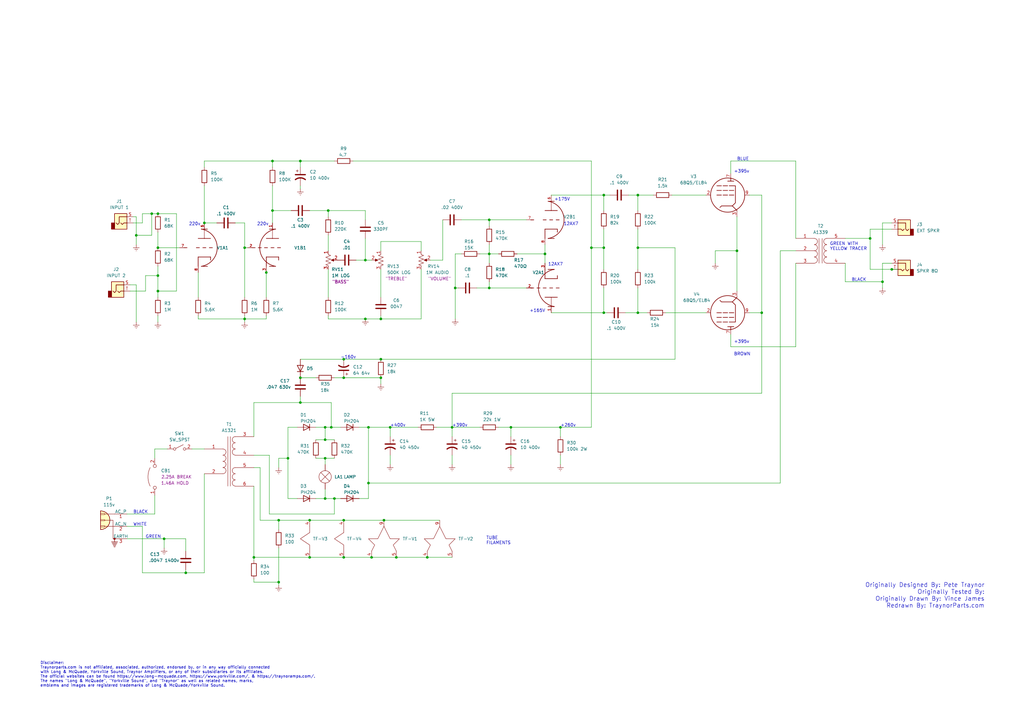
<source format=kicad_sch>
(kicad_sch (version 20211123) (generator eeschema)
  (paper "A3")
  (title_block (title "Traynor YBA-2A/B Bassmate (EL-84)") (date "2022-06-18") (rev "1") (company "Yorkville Sound LTD") (comment 2 "All capacitors in microfarads unless otherwise noted.") (comment 3 "All resistants ± 10% in ohms at 1/2 watt unless otherwise noted.") (comment 4 "All voltages measured to ± 20% with "))
  (lib_symbols
    (symbol "12AX7_A_1"
      (property "Reference" "V" (at -11.43 3.175 0))
      (symbol "12AX7_A_1_1_0"
        (polyline (pts (xy -5.842 0) (xy -4.572 0)) (stroke (width 0.254)))
        (polyline (pts (xy -0.762 0) (xy 0.508 0)) (stroke (width 0.254)))
        (polyline (pts (xy 0 -7.62) (xy 0 -3.81)) (stroke (width 0.254)))
        (polyline (pts (xy 0 -3.81) (xy 5.08 -3.81)) (stroke (width 0.254)))
        (polyline (pts (xy 0 3.81) (xy 2.54 3.81)) (stroke (width 0.254)))
        (polyline (pts (xy 1.27 -7.62) (xy 3.81 -7.62)) (stroke (width 0.254)))
        (polyline (pts (xy 1.905 0) (xy 3.175 0)) (stroke (width 0.254)))
        (polyline (pts (xy 2.54 3.81) (xy 5.08 3.81)) (stroke (width 0.254)))
        (polyline (pts (xy 2.54 7.62) (xy 2.54 3.81)) (stroke (width 0.1524)))
        (polyline (pts (xy 4.572 0) (xy 5.842 0)) (stroke (width 0.254)))
        (polyline (pts (xy 5.08 -5.08) (xy 5.08 -3.81)) (stroke (width 0.254)))
        (polyline (pts (xy 1.27 7.62) (xy 3.81 7.62) (xy 3.175 7.62)) (stroke (width 0.254)))
        (arc (start 1.3208 -7.62) (mid 10.2569 0) (end 1.3208 7.62) (stroke (width 0.254)))
        (pin passive line (at 2.54 10.16 270) (length 2.54) (name "~") (number "6"))
        (pin passive line (at -7.62 0 0) (length 2.54) (name "~") (number "7"))
        (pin passive line (at 0 -10.16 90) (length 2.54) (name "~") (number "8"))
      )
    )
    (symbol "12AX7_B_1"
      (property "Reference" "V" (at -5.08 6.35 0))
      (symbol "12AX7_B_1_0_0"
        (polyline (pts (xy 2.54 -7.62) (xy 0 -7.62)) (stroke (width 0.254)))
        (polyline (pts (xy 2.54 7.62) (xy 0 7.62)) (stroke (width 0.254)))
      )
      (symbol "12AX7_B_1_1_0"
        (polyline (pts (xy -7.112 0) (xy -5.842 0)) (stroke (width 0.254)))
        (polyline (pts (xy -4.572 0) (xy -3.302 0)) (stroke (width 0.254)))
        (polyline (pts (xy -2.032 0) (xy -0.762 0)) (stroke (width 0.254)))
        (polyline (pts (xy -1.27 -7.62) (xy -1.27 -3.81)) (stroke (width 0.254)))
        (polyline (pts (xy -1.27 -3.81) (xy 3.81 -3.81)) (stroke (width 0.254)))
        (polyline (pts (xy -1.27 3.81) (xy 1.27 3.81)) (stroke (width 0.254)))
        (polyline (pts (xy 0.635 0) (xy 1.905 0)) (stroke (width 0.254)))
        (polyline (pts (xy 1.27 3.81) (xy 3.81 3.81)) (stroke (width 0.254)))
        (polyline (pts (xy 1.27 7.62) (xy 1.27 3.81)) (stroke (width 0.1524)))
        (polyline (pts (xy 3.302 0) (xy 4.572 0)) (stroke (width 0.254)))
        (polyline (pts (xy 3.81 -5.08) (xy 3.81 -3.81)) (stroke (width 0.254)))
        (arc (start 2.54 7.62) (mid -6.3961 0) (end 2.54 -7.62) (stroke (width 0.254)))
        (pin passive line (at 1.27 10.16 270) (length 2.54) (name "~") (number "1"))
        (pin passive line (at -8.89 0 0) (length 2.54) (name "~") (number "2"))
        (pin passive line (at -1.27 -10.16 90) (length 2.54) (name "~") (number "3"))
      )
    )
    (symbol "Amplifier Library:12AX7_A"
      (property "Reference" "V" (at -11.43 3.175 0))
      (symbol "12AX7_A_1_0"
        (polyline (pts (xy -5.842 0) (xy -4.572 0)) (stroke (width 0.254)))
        (polyline (pts (xy -0.762 0) (xy 0.508 0)) (stroke (width 0.254)))
        (polyline (pts (xy 0 -7.62) (xy 0 -3.81)) (stroke (width 0.254)))
        (polyline (pts (xy 0 -3.81) (xy 5.08 -3.81)) (stroke (width 0.254)))
        (polyline (pts (xy 0 3.81) (xy 2.54 3.81)) (stroke (width 0.254)))
        (polyline (pts (xy 1.27 -7.62) (xy 3.81 -7.62)) (stroke (width 0.254)))
        (polyline (pts (xy 1.905 0) (xy 3.175 0)) (stroke (width 0.254)))
        (polyline (pts (xy 2.54 3.81) (xy 5.08 3.81)) (stroke (width 0.254)))
        (polyline (pts (xy 2.54 7.62) (xy 2.54 3.81)) (stroke (width 0.1524)))
        (polyline (pts (xy 4.572 0) (xy 5.842 0)) (stroke (width 0.254)))
        (polyline (pts (xy 5.08 -5.08) (xy 5.08 -3.81)) (stroke (width 0.254)))
        (polyline (pts (xy 1.27 7.62) (xy 3.81 7.62) (xy 3.175 7.62)) (stroke (width 0.254)))
        (arc (start 1.3208 -7.62) (mid 10.2569 0) (end 1.3208 7.62) (stroke (width 0.254)))
        (pin passive line (at 2.54 10.16 270) (length 2.54) (name "~") (number "6"))
        (pin passive line (at -7.62 0 0) (length 2.54) (name "~") (number "7"))
        (pin passive line (at 0 -10.16 90) (length 2.54) (name "~") (number "8"))
      )
    )
    (symbol "Amplifier Library:12AX7_B"
      (property "Reference" "V" (at -5.08 6.35 0))
      (symbol "12AX7_B_0_0"
        (polyline (pts (xy 2.54 -7.62) (xy 0 -7.62)) (stroke (width 0.254)))
        (polyline (pts (xy 2.54 7.62) (xy 0 7.62)) (stroke (width 0.254)))
      )
      (symbol "12AX7_B_1_0"
        (polyline (pts (xy -7.112 0) (xy -5.842 0)) (stroke (width 0.254)))
        (polyline (pts (xy -4.572 0) (xy -3.302 0)) (stroke (width 0.254)))
        (polyline (pts (xy -2.032 0) (xy -0.762 0)) (stroke (width 0.254)))
        (polyline (pts (xy -1.27 -7.62) (xy -1.27 -3.81)) (stroke (width 0.254)))
        (polyline (pts (xy -1.27 -3.81) (xy 3.81 -3.81)) (stroke (width 0.254)))
        (polyline (pts (xy -1.27 3.81) (xy 1.27 3.81)) (stroke (width 0.254)))
        (polyline (pts (xy 0.635 0) (xy 1.905 0)) (stroke (width 0.254)))
        (polyline (pts (xy 1.27 3.81) (xy 3.81 3.81)) (stroke (width 0.254)))
        (polyline (pts (xy 1.27 7.62) (xy 1.27 3.81)) (stroke (width 0.1524)))
        (polyline (pts (xy 3.302 0) (xy 4.572 0)) (stroke (width 0.254)))
        (polyline (pts (xy 3.81 -5.08) (xy 3.81 -3.81)) (stroke (width 0.254)))
        (arc (start 2.54 7.62) (mid -6.3961 0) (end 2.54 -7.62) (stroke (width 0.254)))
        (pin passive line (at 1.27 10.16 270) (length 2.54) (name "~") (number "1"))
        (pin passive line (at -8.89 0 0) (length 2.54) (name "~") (number "2"))
        (pin passive line (at -1.27 -10.16 90) (length 2.54) (name "~") (number "3"))
      )
    )
    (symbol "Amplifier Library:6BQ5_A"
      (property "Reference" "V" (at -14.605 6.35 0))
      (symbol "6BQ5_A_0_1"
        (polyline (pts (xy -2.54 0) (xy -4.445 0)) (stroke (width 0.254)))
        (polyline (pts (xy -2.54 1.905) (xy -4.445 1.905)) (stroke (width 0.254)))
        (polyline (pts (xy -2.54 3.81) (xy -4.445 3.81)) (stroke (width 0.254)))
        (polyline (pts (xy 0 0) (xy -1.905 0)) (stroke (width 0.254)))
        (polyline (pts (xy 0 1.905) (xy -1.905 1.905)) (stroke (width 0.254)))
        (polyline (pts (xy 0 3.81) (xy -1.905 3.81)) (stroke (width 0.254)))
        (polyline (pts (xy 1.905 -4.445) (xy 3.81 -6.35)) (stroke (width 0.254)))
        (polyline (pts (xy 2.54 0) (xy 0.635 0)) (stroke (width 0.254)))
        (polyline (pts (xy 2.54 1.905) (xy 0.635 1.905)) (stroke (width 0.254)))
        (polyline (pts (xy 1.27 6.985) (xy 1.27 5.715) (xy 0 5.715) (xy 2.54 5.715)) (stroke (width 0.254)))
        (polyline (pts (xy 0.635 3.81) (xy 3.175 3.81) (xy 3.175 -3.175) (xy 1.905 -4.445) (xy -2.54 -4.445) (xy -3.175 -5.08)) (stroke (width 0.254)))
        (circle (center 0 0) (radius 7.0138) (stroke (width 0.254)))
      )
      (symbol "6BQ5_A_1_1"
        (pin passive line (at -8.89 0 0) (length 2) (name "~") (number "2"))
        (pin passive line (at 3.81 -8.89 90) (length 2.54) (name "~") (number "3"))
        (pin passive line (at 1.27 8.89 270) (length 2) (name "~") (number "7"))
        (pin passive line (at 8.89 0 180) (length 2) (name "~") (number "9"))
      )
    )
    (symbol "Amplifier Library:Filament1"
      (property "Reference" "TF-V" (at 3.81 0 0))
      (symbol "Filament1_0_1"
        (polyline (pts (xy 0 2.54) (xy 0 5.08)))
        (polyline (pts (xy 0 2.54) (xy -3.81 0) (xy 0 -2.54) (xy 0 -5.08)))
      )
      (symbol "Filament1_1_1"
        (pin passive line (at 0 7.62 270) (length 2.54) (name "") (number "4"))
        (pin passive line (at 0 -7.62 90) (length 2.54) (name "") (number "5"))
      )
    )
    (symbol "Amplifier Library:Filament2"
      (property "Reference" "V" (at 5.08 3.81 0))
      (symbol "Filament2_0_1"
        (polyline (pts (xy -5.08 0) (xy -5.08 0)))
        (polyline (pts (xy 0 5.08) (xy -2.54 0) (xy -6.35 0) (xy -3.81 -2.54) (xy -5.08 -5.08)))
        (polyline (pts (xy 0 5.08) (xy 2.54 0) (xy 6.35 0) (xy 3.81 -2.54) (xy 5.08 -5.08)))
      )
      (symbol "Filament2_1_1"
        (pin passive line (at -5.08 -7.62 90) (length 2.54) (name "") (number "4"))
        (pin passive line (at 5.08 -7.62 90) (length 2.54) (name "") (number "5"))
        (pin passive line (at 0 7.62 270) (length 2.54) (name "") (number "9"))
      )
    )
    (symbol "Connector:AudioJack2"
      (property "Reference" "J" (at 0 8.89 0))
      (property "Value" "AudioJack2" (at 0 6.35 0))
      (symbol "AudioJack2_0_1"
        (rectangle (start -3.81 0) (end -2.54 -2.54) (stroke (width 0.254)) (fill (type outline)))
        (rectangle (start -2.54 3.81) (end 2.54 -2.54) (stroke (width 0.254)) (fill (type background)))
        (polyline (pts (xy 0 0) (xy 0.635 -0.635) (xy 1.27 0) (xy 2.54 0)) (stroke (width 0.254)))
        (polyline (pts (xy 2.54 2.54) (xy -0.635 2.54) (xy -0.635 0) (xy -1.27 -0.635) (xy -1.905 0)) (stroke (width 0.254)))
      )
      (symbol "AudioJack2_1_1"
        (pin passive line (at 5.08 2.54 180) (length 2.54) (name "~") (number "S"))
        (pin passive line (at 5.08 0 180) (length 2.54) (name "~") (number "T"))
      )
    )
    (symbol "Connector:Conn_WallSocket_Earth" (pin_names (offset 0))
      (property "Reference" "J" (at 3.81 6.985 0))
      (property "Value" "Conn_WallSocket_Earth" (at 7.62 2.54 90))
      (symbol "Conn_WallSocket_Earth_0_1"
        (circle (center 0 -5.08) (radius 0.3556) (fill (type outline)))
        (polyline (pts (xy -1.27 -6.35) (xy 1.27 -6.35)) (stroke (width 0.2032)))
        (polyline (pts (xy 0 -5.08) (xy 0 -6.35)) (stroke (width 0.2032)))
        (polyline (pts (xy 0.254 -8.382) (xy -0.254 -8.382)) (stroke (width 0.2032)))
        (polyline (pts (xy 0.508 -7.874) (xy -0.508 -7.874)) (stroke (width 0.2032)))
        (polyline (pts (xy 0.762 -7.366) (xy -0.762 -7.366)) (stroke (width 0.2032)))
        (polyline (pts (xy 1.016 -6.858) (xy -1.016 -6.858)) (stroke (width 0.2032)))
        (polyline (pts (xy 4.064 0) (xy 0 0)))
        (polyline (pts (xy 4.064 5.08) (xy 0 5.08)))
        (polyline (pts (xy 5.715 -1.27) (xy 5.715 6.35)) (stroke (width 0.254)))
        (polyline (pts (xy 0 -5.08) (xy 0.635 -5.08) (xy 0.635 2.54) (xy 4.064 2.54)))
        (rectangle (start 5.715 -0.254) (end 4.064 0.254))
        (rectangle (start 5.715 2.286) (end 4.064 2.794))
        (rectangle (start 5.715 4.826) (end 4.064 5.334))
        (arc (start 5.715 6.35) (mid 1.905 2.54) (end 5.715 -1.27) (stroke (width 0.254)) (fill (type background)))
      )
      (symbol "Conn_WallSocket_Earth_1_1"
        (pin power_in line (at -5.08 5.08 0) (length 5.08) (name "AC_P") (number "1"))
        (pin power_in line (at -5.08 0 0) (length 5.08) (name "AC_N") (number "2"))
        (pin passive line (at -5.08 -5.08 0) (length 5.08) (name "EARTH") (number "3"))
      )
    )
    (symbol "Device:C" (pin_numbers hide) (pin_names (offset 0.254))
      (property "Reference" "C" (at 0.635 2.54 0))
      (property "Value" "C" (at 0.635 -2.54 0))
      (symbol "C_0_1"
        (polyline (pts (xy -2.032 -0.762) (xy 2.032 -0.762)) (stroke (width 0.508)))
        (polyline (pts (xy -2.032 0.762) (xy 2.032 0.762)) (stroke (width 0.508)))
      )
      (symbol "C_1_1"
        (pin passive line (at 0 3.81 270) (length 2.794) (name "~") (number "1"))
        (pin passive line (at 0 -3.81 90) (length 2.794) (name "~") (number "2"))
      )
    )
    (symbol "Device:C_Polarized_US" (pin_numbers hide) (pin_names (offset 0.254) hide)
      (property "Reference" "C" (at 0.635 2.54 0))
      (property "Value" "C_Polarized_US" (at 0.635 -2.54 0))
      (symbol "C_Polarized_US_0_1"
        (polyline (pts (xy -2.032 0.762) (xy 2.032 0.762)) (stroke (width 0.508)))
        (polyline (pts (xy -1.778 2.286) (xy -0.762 2.286)))
        (polyline (pts (xy -1.27 1.778) (xy -1.27 2.794)))
        (arc (start 2.032 -1.27) (mid 0 -0.5572) (end -2.032 -1.27) (stroke (width 0.508)))
      )
      (symbol "C_Polarized_US_1_1"
        (pin passive line (at 0 3.81 270) (length 2.794) (name "~") (number "1"))
        (pin passive line (at 0 -3.81 90) (length 3.302) (name "~") (number "2"))
      )
    )
    (symbol "Device:CircuitBreaker_1P_US"
      (property "Reference" "CB" (at 3.175 -1.27 0))
      (property "Value" "CircuitBreaker_1P_US" (at 3.175 0.635 0))
      (symbol "CircuitBreaker_1P_US_0_1"
        (circle (center 0 -4.445) (radius 0.635))
        (circle (center 0 4.445) (radius 0.635))
        (arc (start 1.905 -3.81) (mid 2.8044 0) (end 1.905 3.81))
      )
      (symbol "CircuitBreaker_1P_US_1_1"
        (pin passive line (at 0 7.62 270) (length 2.54) (name "~") (number "1"))
        (pin passive line (at 0 -7.62 90) (length 2.54) (name "~") (number "2"))
      )
    )
    (symbol "Device:D" (pin_numbers hide) (pin_names (offset 1.016) hide)
      (property "Reference" "D" (at 0 2.54 0))
      (property "Value" "D" (at 0 -2.54 0))
      (symbol "D_0_1"
        (polyline (pts (xy -1.27 1.27) (xy -1.27 -1.27)) (stroke (width 0.254)))
        (polyline (pts (xy 1.27 0) (xy -1.27 0)))
        (polyline (pts (xy 1.27 1.27) (xy 1.27 -1.27) (xy -1.27 0) (xy 1.27 1.27)) (stroke (width 0.254)))
      )
      (symbol "D_1_1"
        (pin passive line (at -3.81 0 0) (length 2.54) (name "K") (number "1"))
        (pin passive line (at 3.81 0 180) (length 2.54) (name "A") (number "2"))
      )
    )
    (symbol "Device:Lamp" (pin_numbers hide) (pin_names (offset 0.0254) hide)
      (property "Reference" "LA" (at 0.635 3.81 0))
      (property "Value" "Lamp" (at 0.635 -3.81 0))
      (symbol "Lamp_0_1"
        (polyline (pts (xy -1.778 1.778) (xy 1.778 -1.778)))
        (polyline (pts (xy 1.778 1.778) (xy -1.778 -1.778)))
        (circle (center 0 0) (radius 2.54))
      )
      (symbol "Lamp_1_1"
        (pin passive line (at 0 -5.08 90) (length 2.54) (name "-") (number "1"))
        (pin passive line (at 0 5.08 270) (length 2.54) (name "+") (number "2"))
      )
    )
    (symbol "Device:R" (pin_numbers hide) (pin_names (offset 0))
      (property "Reference" "R" (at 2.032 0 90))
      (property "Value" "R" (at 0 0 90))
      (symbol "R_0_1"
        (rectangle (start -1.016 -2.54) (end 1.016 2.54) (stroke (width 0.254)))
      )
      (symbol "R_1_1"
        (pin passive line (at 0 3.81 270) (length 1.27) (name "~") (number "1"))
        (pin passive line (at 0 -3.81 90) (length 1.27) (name "~") (number "2"))
      )
    )
    (symbol "Device:R_Potentiometer_US" (pin_names (offset 1.016) hide)
      (property "Reference" "RV" (at -4.445 0 90))
      (property "Value" "R_Potentiometer_US" (at -2.54 0 90))
      (symbol "R_Potentiometer_US_0_1"
        (polyline (pts (xy 0 -2.286) (xy 0 -2.54)))
        (polyline (pts (xy 0 2.54) (xy 0 2.286)))
        (polyline (pts (xy 2.54 0) (xy 1.524 0)))
        (polyline (pts (xy 1.143 0) (xy 2.286 0.508) (xy 2.286 -0.508) (xy 1.143 0)) (fill (type outline)))
        (polyline (pts (xy 0 -0.762) (xy 1.016 -1.143) (xy 0 -1.524) (xy -1.016 -1.905) (xy 0 -2.286)))
        (polyline (pts (xy 0 0.762) (xy 1.016 0.381) (xy 0 0) (xy -1.016 -0.381) (xy 0 -0.762)))
        (polyline (pts (xy 0 2.286) (xy 1.016 1.905) (xy 0 1.524) (xy -1.016 1.143) (xy 0 0.762)))
      )
      (symbol "R_Potentiometer_US_1_1"
        (pin passive line (at 0 3.81 270) (length 1.27) (name "1") (number "1"))
        (pin passive line (at 3.81 0 180) (length 1.27) (name "2") (number "2"))
        (pin passive line (at 0 -3.81 90) (length 1.27) (name "3") (number "3"))
      )
    )
    (symbol "Device:Transformer_1P_2S" (pin_names (offset 1.016) hide)
      (property "Reference" "T" (at 0 12.7 0))
      (property "Value" "Transformer_1P_2S" (at 0 -12.7 0))
      (symbol "Transformer_1P_2S_0_1"
        (arc (start -2.54 -5.0546) (mid -1.6599 -4.6901) (end -1.27 -3.81))
        (arc (start -2.54 -2.5146) (mid -1.6599 -2.1501) (end -1.27 -1.27))
        (arc (start -2.54 0.0254) (mid -1.6599 0.3899) (end -1.27 1.27))
        (arc (start -2.54 2.5654) (mid -1.6599 2.9299) (end -1.27 3.81))
        (arc (start -1.27 -3.81) (mid -1.642 -2.912) (end -2.54 -2.54))
        (arc (start -1.27 -1.27) (mid -1.642 -0.372) (end -2.54 0))
        (arc (start -1.27 1.27) (mid -1.642 2.168) (end -2.54 2.54))
        (arc (start -1.27 3.81) (mid -1.642 4.708) (end -2.54 5.08))
        (polyline (pts (xy -0.508 -10.16) (xy -0.508 10.16)))
        (polyline (pts (xy 0.508 10.16) (xy 0.508 -10.16)))
        (arc (start 1.2954 -8.89) (mid 1.6599 -9.7701) (end 2.54 -10.1346))
        (arc (start 1.2954 -6.35) (mid 1.6599 -7.2301) (end 2.54 -7.5946))
        (arc (start 1.2954 -3.81) (mid 1.6599 -4.6901) (end 2.54 -5.0546))
        (arc (start 1.2954 3.81) (mid 1.6599 2.9299) (end 2.54 2.5654))
        (arc (start 1.2954 6.35) (mid 1.6599 5.4699) (end 2.54 5.1054))
        (arc (start 1.2954 8.89) (mid 1.6599 8.0099) (end 2.54 7.6454))
        (arc (start 2.54 -7.62) (mid 1.642 -7.992) (end 1.2954 -8.89))
        (arc (start 2.54 -5.08) (mid 1.642 -5.452) (end 1.2954 -6.35))
        (arc (start 2.54 -2.54) (mid 1.642 -2.912) (end 1.2954 -3.81))
        (arc (start 2.54 5.08) (mid 1.642 4.708) (end 1.2954 3.81))
        (arc (start 2.54 7.62) (mid 1.642 7.248) (end 1.2954 6.35))
        (arc (start 2.54 10.16) (mid 1.642 9.788) (end 1.2954 8.89))
      )
      (symbol "Transformer_1P_2S_1_1"
        (pin passive line (at -10.16 5.08 0) (length 7.62) (name "AA") (number "1"))
        (pin passive line (at -10.16 -5.08 0) (length 7.62) (name "AB") (number "2"))
        (pin passive line (at 10.16 10.16 180) (length 7.62) (name "SA") (number "3"))
        (pin passive line (at 10.16 2.54 180) (length 7.62) (name "SB") (number "4"))
        (pin passive line (at 10.16 -2.54 180) (length 7.62) (name "SC") (number "5"))
        (pin passive line (at 10.16 -10.16 180) (length 7.62) (name "SD") (number "6"))
      )
    )
    (symbol "Device:Transformer_SP_1S" (pin_names (offset 1.016) hide)
      (property "Reference" "T" (at 0 6.35 0))
      (property "Value" "Transformer_SP_1S" (at 0 -7.62 0))
      (symbol "Transformer_SP_1S_0_1"
        (arc (start -2.54 -5.0546) (mid -1.6599 -4.6901) (end -1.27 -3.81))
        (arc (start -2.54 -2.5146) (mid -1.6599 -2.1501) (end -1.27 -1.27))
        (arc (start -2.54 0.0254) (mid -1.6599 0.3899) (end -1.27 1.27))
        (arc (start -2.54 2.5654) (mid -1.6599 2.9299) (end -1.27 3.81))
        (arc (start -1.27 -3.81) (mid -1.642 -2.912) (end -2.54 -2.54))
        (arc (start -1.27 -1.27) (mid -1.642 -0.372) (end -2.54 0))
        (arc (start -1.27 1.27) (mid -1.642 2.168) (end -2.54 2.54))
        (arc (start -1.27 3.81) (mid -1.642 4.708) (end -2.54 5.08))
        (polyline (pts (xy -0.635 5.08) (xy -0.635 -5.08)))
        (polyline (pts (xy 0.635 -5.08) (xy 0.635 5.08)))
        (arc (start 1.2954 -1.27) (mid 1.6599 -2.1501) (end 2.54 -2.5146))
        (arc (start 1.2954 1.27) (mid 1.6599 0.3899) (end 2.54 0.0254))
        (arc (start 1.2954 3.81) (mid 1.6599 2.9299) (end 2.54 2.5654))
        (arc (start 1.3208 -3.81) (mid 1.6853 -4.6901) (end 2.5654 -5.0546))
        (arc (start 2.54 0) (mid 1.642 -0.372) (end 1.2954 -1.27))
        (arc (start 2.54 2.54) (mid 1.642 2.168) (end 1.2954 1.27))
        (arc (start 2.54 5.08) (mid 1.642 4.708) (end 1.2954 3.81))
        (arc (start 2.5654 -2.54) (mid 1.6674 -2.912) (end 1.3208 -3.81))
      )
      (symbol "Transformer_SP_1S_1_1"
        (pin passive line (at -10.16 5.08 0) (length 7.62) (name "PR1") (number "1"))
        (pin passive line (at -10.16 0 0) (length 7.62) (name "PM") (number "2"))
        (pin passive line (at -10.16 -5.08 0) (length 7.62) (name "PR2") (number "3"))
        (pin passive line (at 10.16 -5.08 180) (length 7.62) (name "S1") (number "4"))
        (pin passive line (at 10.16 5.08 180) (length 7.62) (name "S2") (number "5"))
      )
    )
    (symbol "Filament1_1"
      (property "Reference" "TF-V" (at 3.81 0 0))
      (symbol "Filament1_1_0_1"
        (polyline (pts (xy 0 2.54) (xy 0 5.08)))
        (polyline (pts (xy 0 2.54) (xy -3.81 0) (xy 0 -2.54) (xy 0 -5.08)))
      )
      (symbol "Filament1_1_1_1"
        (pin passive line (at 0 7.62 270) (length 2.54) (name "") (number "4"))
        (pin passive line (at 0 -7.62 90) (length 2.54) (name "") (number "5"))
      )
    )
    (symbol "Switch:SW_SPST" (pin_names (offset 0) hide)
      (property "Reference" "SW" (at 0 3.175 0))
      (property "Value" "SW_SPST" (at 0 -2.54 0))
      (symbol "SW_SPST_0_0"
        (circle (center -2.032 0) (radius 0.508))
        (polyline (pts (xy -1.524 0.254) (xy 1.524 1.778)))
        (circle (center 2.032 0) (radius 0.508))
      )
      (symbol "SW_SPST_1_1"
        (pin passive line (at -5.08 0 0) (length 2.54) (name "A") (number "1"))
        (pin passive line (at 5.08 0 180) (length 2.54) (name "B") (number "2"))
      )
    )
    (symbol "power:Earth" (power) (pin_names (offset 0))
      (symbol "Earth_0_1"
        (polyline (pts (xy -0.635 -1.905) (xy 0.635 -1.905)))
        (polyline (pts (xy -0.127 -2.54) (xy 0.127 -2.54)))
        (polyline (pts (xy 0 -1.27) (xy 0 0)))
        (polyline (pts (xy 1.27 -1.27) (xy -1.27 -1.27)))
      )
      (symbol "Earth_1_1"
        (pin power_in line (at 0 0 270) (length 0) hide (name "Earth") (number "1"))
      )
    )
  )
  (junction (at 123.19 165.1))
  (junction (at 64.77 101.6))
  (junction (at 156.21 147.32))
  (junction (at 123.19 66.04))
  (junction (at 209.55 175.26))
  (junction (at 133.35 187.96))
  (junction (at 127 213.36))
  (junction (at 247.65 80.01))
  (junction (at 114.3 238.76))
  (junction (at 109.22 111.76))
  (junction (at 312.42 128.27))
  (junction (at 149.86 130.81))
  (junction (at 140.97 147.32))
  (junction (at 55.88 96.52))
  (junction (at 133.35 175.26))
  (junction (at 223.52 104.14))
  (junction (at 140.97 154.94))
  (junction (at 118.11 187.96))
  (junction (at 140.97 228.6))
  (junction (at 156.21 130.81))
  (junction (at 261.62 128.27))
  (junction (at 64.77 119.38))
  (junction (at 62.23 87.63))
  (junction (at 151.13 175.26))
  (junction (at 356.87 97.79))
  (junction (at 156.21 154.94))
  (junction (at 123.19 154.94))
  (junction (at 64.77 87.63))
  (junction (at 133.35 204.47))
  (junction (at 242.57 101.6))
  (junction (at 157.48 213.36))
  (junction (at 76.2 234.95))
  (junction (at 127 228.6))
  (junction (at 200.66 118.11))
  (junction (at 261.62 80.01))
  (junction (at 365.76 110.49))
  (junction (at 152.4 228.6))
  (junction (at 247.65 101.6))
  (junction (at 140.97 213.36))
  (junction (at 185.42 175.26))
  (junction (at 175.26 228.6))
  (junction (at 100.33 101.6))
  (junction (at 151.13 198.12))
  (junction (at 64.77 113.03))
  (junction (at 160.02 175.26))
  (junction (at 134.62 86.36))
  (junction (at 361.95 115.57))
  (junction (at 149.86 106.68))
  (junction (at 137.16 204.47))
  (junction (at 162.56 228.6))
  (junction (at 200.66 90.17))
  (junction (at 229.87 175.26))
  (junction (at 100.33 130.81))
  (junction (at 111.76 86.36))
  (junction (at 261.62 101.6))
  (junction (at 111.76 66.04))
  (junction (at 302.26 102.87))
  (junction (at 67.31 220.98))
  (junction (at 104.14 228.6))
  (junction (at 247.65 128.27))
  (junction (at 186.69 118.11))
  (junction (at 135.89 175.26))
  (junction (at 200.66 104.14))
  (junction (at 83.82 91.44))
  (junction (at 133.35 180.34))
  (junction (at 114.3 213.36))
  (wire (pts (xy 247.65 80.01) (xy 250.19 80.01)))
  (wire (pts (xy 63.5 184.15) (xy 63.5 187.96)))
  (wire (pts (xy 261.62 101.6) (xy 261.62 110.49)))
  (wire (pts (xy 189.23 90.17) (xy 200.66 90.17)))
  (wire (pts (xy 160.02 186.69) (xy 160.02 190.5)))
  (wire (pts (xy 64.77 87.63) (xy 72.39 87.63)))
  (wire (pts (xy 320.04 102.87) (xy 326.39 102.87)))
  (wire (pts (xy 140.97 213.36) (xy 157.48 213.36)))
  (wire (pts (xy 172.72 102.87) (xy 172.72 99.06)))
  (wire (pts (xy 63.5 203.2) (xy 63.5 210.82)))
  (wire (pts (xy 123.19 165.1) (xy 135.89 165.1)))
  (wire (pts (xy 83.82 68.58) (xy 83.82 66.04)))
  (wire (pts (xy 134.62 86.36) (xy 149.86 86.36)))
  (wire (pts (xy 59.69 113.03) (xy 64.77 113.03)))
  (wire (pts (xy 361.95 91.44) (xy 361.95 100.33)))
  (wire (pts (xy 64.77 95.25) (xy 64.77 101.6)))
  (wire (pts (xy 76.2 220.98) (xy 76.2 226.06)))
  (wire (pts (xy 67.31 220.98) (xy 76.2 220.98)))
  (wire (pts (xy 129.54 187.96) (xy 133.35 187.96)))
  (wire (pts (xy 118.11 187.96) (xy 118.11 204.47)))
  (wire (pts (xy 137.16 204.47) (xy 137.16 210.82)))
  (wire (pts (xy 114.3 238.76) (xy 114.3 240.03)))
  (wire (pts (xy 147.32 204.47) (xy 151.13 204.47)))
  (wire (pts (xy 209.55 175.26) (xy 229.87 175.26)))
  (wire (pts (xy 111.76 76.2) (xy 111.76 86.36)))
  (wire (pts (xy 247.65 101.6) (xy 247.65 110.49)))
  (wire (pts (xy 200.66 115.57) (xy 200.66 118.11)))
  (wire (pts (xy 127 86.36) (xy 134.62 86.36)))
  (wire (pts (xy 133.35 180.34) (xy 137.16 180.34)))
  (wire (pts (xy 162.56 228.6) (xy 175.26 228.6)))
  (wire (pts (xy 261.62 118.11) (xy 261.62 128.27)))
  (wire (pts (xy 123.19 162.56) (xy 123.19 165.1)))
  (wire (pts (xy 59.69 119.38) (xy 59.69 113.03)))
  (wire (pts (xy 133.35 175.26) (xy 135.89 175.26)))
  (wire (pts (xy 151.13 175.26) (xy 151.13 198.12)))
  (wire (pts (xy 58.42 87.63) (xy 62.23 87.63)))
  (wire (pts (xy 157.48 213.36) (xy 180.34 213.36)))
  (wire (pts (xy 346.71 107.95) (xy 346.71 115.57)))
  (wire (pts (xy 212.09 104.14) (xy 223.52 104.14)))
  (wire (pts (xy 109.22 110.49) (xy 109.22 111.76)))
  (wire (pts (xy 134.62 129.54) (xy 134.62 130.81)))
  (wire (pts (xy 55.88 96.52) (xy 62.23 96.52)))
  (wire (pts (xy 111.76 86.36) (xy 119.38 86.36)))
  (wire (pts (xy 293.37 102.87) (xy 293.37 107.95)))
  (wire (pts (xy 100.33 91.44) (xy 100.33 101.6)))
  (wire (pts (xy 52.07 210.82) (xy 63.5 210.82)))
  (wire (pts (xy 257.81 80.01) (xy 261.62 80.01)))
  (wire (pts (xy 293.37 102.87) (xy 302.26 102.87)))
  (wire (pts (xy 64.77 129.54) (xy 64.77 132.08)))
  (wire (pts (xy 365.76 91.44) (xy 361.95 91.44)))
  (wire (pts (xy 302.26 88.9) (xy 302.26 102.87)))
  (wire (pts (xy 133.35 187.96) (xy 137.16 187.96)))
  (wire (pts (xy 118.11 175.26) (xy 118.11 187.96)))
  (wire (pts (xy 83.82 194.31) (xy 83.82 234.95)))
  (wire (pts (xy 110.49 186.69) (xy 110.49 210.82)))
  (wire (pts (xy 204.47 175.26) (xy 209.55 175.26)))
  (wire (pts (xy 88.9 91.44) (xy 83.82 91.44)))
  (wire (pts (xy 312.42 128.27) (xy 312.42 161.29)))
  (wire (pts (xy 111.76 66.04) (xy 123.19 66.04)))
  (wire (pts (xy 58.42 234.95) (xy 76.2 234.95)))
  (wire (pts (xy 133.35 200.66) (xy 133.35 204.47)))
  (wire (pts (xy 104.14 191.77) (xy 106.68 191.77)))
  (wire (pts (xy 149.86 86.36) (xy 149.86 90.17)))
  (wire (pts (xy 229.87 175.26) (xy 242.57 175.26)))
  (wire (pts (xy 133.35 175.26) (xy 133.35 180.34)))
  (wire (pts (xy 156.21 154.94) (xy 156.21 157.48)))
  (wire (pts (xy 109.22 111.76) (xy 109.22 121.92)))
  (wire (pts (xy 68.58 184.15) (xy 63.5 184.15)))
  (wire (pts (xy 118.11 204.47) (xy 121.92 204.47)))
  (wire (pts (xy 100.33 130.81) (xy 100.33 129.54)))
  (wire (pts (xy 123.19 66.04) (xy 137.16 66.04)))
  (wire (pts (xy 114.3 213.36) (xy 114.3 217.17)))
  (wire (pts (xy 256.54 128.27) (xy 261.62 128.27)))
  (wire (pts (xy 209.55 175.26) (xy 209.55 179.07)))
  (wire (pts (xy 365.76 93.98) (xy 356.87 93.98)))
  (wire (pts (xy 185.42 186.69) (xy 185.42 190.5)))
  (wire (pts (xy 134.62 130.81) (xy 149.86 130.81)))
  (wire (pts (xy 361.95 107.95) (xy 361.95 115.57)))
  (wire (pts (xy 149.86 97.79) (xy 149.86 106.68)))
  (wire (pts (xy 320.04 102.87) (xy 320.04 198.12)))
  (wire (pts (xy 175.26 228.6) (xy 185.42 228.6)))
  (wire (pts (xy 129.54 204.47) (xy 133.35 204.47)))
  (wire (pts (xy 185.42 175.26) (xy 196.85 175.26)))
  (wire (pts (xy 106.68 191.77) (xy 106.68 213.36)))
  (wire (pts (xy 114.3 224.79) (xy 114.3 238.76)))
  (wire (pts (xy 137.16 204.47) (xy 139.7 204.47)))
  (wire (pts (xy 200.66 104.14) (xy 204.47 104.14)))
  (wire (pts (xy 223.52 107.95) (xy 223.52 104.14)))
  (wire (pts (xy 200.66 104.14) (xy 200.66 107.95)))
  (wire (pts (xy 156.21 129.54) (xy 156.21 130.81)))
  (wire (pts (xy 176.53 106.68) (xy 181.61 106.68)))
  (wire (pts (xy 129.54 180.34) (xy 133.35 180.34)))
  (wire (pts (xy 127 213.36) (xy 140.97 213.36)))
  (wire (pts (xy 64.77 113.03) (xy 64.77 109.22)))
  (wire (pts (xy 160.02 175.26) (xy 171.45 175.26)))
  (wire (pts (xy 147.32 175.26) (xy 151.13 175.26)))
  (wire (pts (xy 123.19 76.2) (xy 123.19 77.47)))
  (wire (pts (xy 361.95 115.57) (xy 361.95 118.11)))
  (wire (pts (xy 54.61 91.44) (xy 58.42 91.44)))
  (wire (pts (xy 114.3 213.36) (xy 127 213.36)))
  (wire (pts (xy 151.13 198.12) (xy 320.04 198.12)))
  (wire (pts (xy 242.57 66.04) (xy 242.57 101.6)))
  (wire (pts (xy 127 228.6) (xy 140.97 228.6)))
  (wire (pts (xy 223.52 104.14) (xy 223.52 100.33)))
  (wire (pts (xy 261.62 101.6) (xy 276.86 101.6)))
  (wire (pts (xy 326.39 66.04) (xy 326.39 97.79)))
  (wire (pts (xy 58.42 91.44) (xy 58.42 87.63)))
  (wire (pts (xy 100.33 130.81) (xy 109.22 130.81)))
  (wire (pts (xy 67.31 224.79) (xy 67.31 220.98)))
  (wire (pts (xy 100.33 101.6) (xy 101.6 101.6)))
  (wire (pts (xy 137.16 154.94) (xy 140.97 154.94)))
  (wire (pts (xy 200.66 118.11) (xy 215.9 118.11)))
  (wire (pts (xy 64.77 101.6) (xy 73.66 101.6)))
  (wire (pts (xy 54.61 88.9) (xy 55.88 88.9)))
  (wire (pts (xy 275.59 80.01) (xy 289.56 80.01)))
  (wire (pts (xy 226.06 128.27) (xy 247.65 128.27)))
  (wire (pts (xy 365.76 110.49) (xy 368.3 110.49)))
  (wire (pts (xy 185.42 161.29) (xy 312.42 161.29)))
  (wire (pts (xy 242.57 101.6) (xy 242.57 175.26)))
  (wire (pts (xy 242.57 101.6) (xy 247.65 101.6)))
  (wire (pts (xy 356.87 97.79) (xy 356.87 110.49)))
  (wire (pts (xy 121.92 175.26) (xy 118.11 175.26)))
  (wire (pts (xy 123.19 147.32) (xy 140.97 147.32)))
  (wire (pts (xy 64.77 119.38) (xy 72.39 119.38)))
  (wire (pts (xy 151.13 175.26) (xy 160.02 175.26)))
  (wire (pts (xy 200.66 100.33) (xy 200.66 104.14)))
  (wire (pts (xy 196.85 104.14) (xy 200.66 104.14)))
  (wire (pts (xy 76.2 233.68) (xy 76.2 234.95)))
  (wire (pts (xy 133.35 204.47) (xy 137.16 204.47)))
  (wire (pts (xy 156.21 130.81) (xy 172.72 130.81)))
  (wire (pts (xy 53.34 119.38) (xy 59.69 119.38)))
  (wire (pts (xy 299.72 71.12) (xy 299.72 66.04)))
  (wire (pts (xy 111.76 86.36) (xy 111.76 91.44)))
  (wire (pts (xy 229.87 186.69) (xy 229.87 190.5)))
  (wire (pts (xy 299.72 142.24) (xy 326.39 142.24)))
  (wire (pts (xy 267.97 80.01) (xy 261.62 80.01)))
  (wire (pts (xy 156.21 121.92) (xy 156.21 110.49)))
  (wire (pts (xy 134.62 96.52) (xy 134.62 102.87)))
  (wire (pts (xy 133.35 187.96) (xy 133.35 190.5)))
  (wire (pts (xy 179.07 175.26) (xy 185.42 175.26)))
  (wire (pts (xy 76.2 234.95) (xy 83.82 234.95)))
  (wire (pts (xy 104.14 186.69) (xy 110.49 186.69)))
  (wire (pts (xy 226.06 80.01) (xy 247.65 80.01)))
  (wire (pts (xy 134.62 121.92) (xy 134.62 110.49)))
  (wire (pts (xy 109.22 130.81) (xy 109.22 129.54)))
  (wire (pts (xy 81.28 130.81) (xy 81.28 129.54)))
  (wire (pts (xy 181.61 90.17) (xy 181.61 106.68)))
  (wire (pts (xy 83.82 66.04) (xy 111.76 66.04)))
  (wire (pts (xy 111.76 66.04) (xy 111.76 68.58)))
  (wire (pts (xy 151.13 198.12) (xy 151.13 204.47)))
  (wire (pts (xy 365.76 107.95) (xy 361.95 107.95)))
  (wire (pts (xy 123.19 154.94) (xy 129.54 154.94)))
  (wire (pts (xy 200.66 92.71) (xy 200.66 90.17)))
  (wire (pts (xy 156.21 147.32) (xy 276.86 147.32)))
  (wire (pts (xy 129.54 175.26) (xy 133.35 175.26)))
  (wire (pts (xy 307.34 128.27) (xy 312.42 128.27)))
  (wire (pts (xy 356.87 110.49) (xy 365.76 110.49)))
  (wire (pts (xy 186.69 104.14) (xy 186.69 118.11)))
  (wire (pts (xy 55.88 88.9) (xy 55.88 96.52)))
  (wire (pts (xy 96.52 91.44) (xy 100.33 91.44)))
  (wire (pts (xy 123.19 165.1) (xy 104.14 165.1)))
  (wire (pts (xy 62.23 87.63) (xy 62.23 96.52)))
  (wire (pts (xy 172.72 110.49) (xy 172.72 130.81)))
  (wire (pts (xy 104.14 165.1) (xy 104.14 179.07)))
  (wire (pts (xy 186.69 118.11) (xy 187.96 118.11)))
  (wire (pts (xy 53.34 116.84) (xy 55.88 116.84)))
  (wire (pts (xy 261.62 93.98) (xy 261.62 101.6)))
  (wire (pts (xy 114.3 187.96) (xy 114.3 191.77)))
  (wire (pts (xy 81.28 121.92) (xy 81.28 111.76)))
  (wire (pts (xy 106.68 213.36) (xy 114.3 213.36)))
  (wire (pts (xy 346.71 97.79) (xy 356.87 97.79)))
  (wire (pts (xy 144.78 66.04) (xy 242.57 66.04)))
  (wire (pts (xy 149.86 130.81) (xy 156.21 130.81)))
  (wire (pts (xy 55.88 96.52) (xy 55.88 100.33)))
  (wire (pts (xy 104.14 228.6) (xy 127 228.6)))
  (wire (pts (xy 299.72 66.04) (xy 326.39 66.04)))
  (wire (pts (xy 146.05 106.68) (xy 149.86 106.68)))
  (wire (pts (xy 152.4 228.6) (xy 162.56 228.6)))
  (wire (pts (xy 307.34 80.01) (xy 312.42 80.01)))
  (wire (pts (xy 114.3 187.96) (xy 118.11 187.96)))
  (wire (pts (xy 140.97 147.32) (xy 156.21 147.32)))
  (wire (pts (xy 104.14 237.49) (xy 104.14 238.76)))
  (wire (pts (xy 160.02 175.26) (xy 160.02 179.07)))
  (wire (pts (xy 312.42 80.01) (xy 312.42 128.27)))
  (wire (pts (xy 123.19 68.58) (xy 123.19 66.04)))
  (wire (pts (xy 83.82 76.2) (xy 83.82 91.44)))
  (wire (pts (xy 186.69 118.11) (xy 186.69 130.81)))
  (wire (pts (xy 64.77 113.03) (xy 64.77 119.38)))
  (wire (pts (xy 64.77 119.38) (xy 64.77 121.92)))
  (wire (pts (xy 189.23 104.14) (xy 186.69 104.14)))
  (wire (pts (xy 299.72 137.16) (xy 299.72 142.24)))
  (wire (pts (xy 104.14 238.76) (xy 114.3 238.76)))
  (wire (pts (xy 104.14 199.39) (xy 104.14 228.6)))
  (wire (pts (xy 62.23 87.63) (xy 64.77 87.63)))
  (wire (pts (xy 52.07 220.98) (xy 67.31 220.98)))
  (wire (pts (xy 52.07 215.9) (xy 58.42 215.9)))
  (wire (pts (xy 346.71 115.57) (xy 361.95 115.57)))
  (wire (pts (xy 152.4 106.68) (xy 149.86 106.68)))
  (wire (pts (xy 195.58 118.11) (xy 200.66 118.11)))
  (wire (pts (xy 100.33 121.92) (xy 100.33 101.6)))
  (wire (pts (xy 72.39 87.63) (xy 72.39 119.38)))
  (wire (pts (xy 200.66 90.17) (xy 215.9 90.17)))
  (wire (pts (xy 135.89 165.1) (xy 135.89 175.26)))
  (wire (pts (xy 229.87 175.26) (xy 229.87 179.07)))
  (wire (pts (xy 140.97 228.6) (xy 152.4 228.6)))
  (wire (pts (xy 326.39 142.24) (xy 326.39 107.95)))
  (wire (pts (xy 302.26 102.87) (xy 302.26 119.38)))
  (wire (pts (xy 156.21 99.06) (xy 156.21 102.87)))
  (wire (pts (xy 172.72 99.06) (xy 156.21 99.06)))
  (wire (pts (xy 134.62 88.9) (xy 134.62 86.36)))
  (wire (pts (xy 276.86 147.32) (xy 276.86 101.6)))
  (wire (pts (xy 140.97 154.94) (xy 156.21 154.94)))
  (wire (pts (xy 265.43 128.27) (xy 261.62 128.27)))
  (wire (pts (xy 110.49 210.82) (xy 137.16 210.82)))
  (wire (pts (xy 247.65 93.98) (xy 247.65 101.6)))
  (wire (pts (xy 78.74 184.15) (xy 83.82 184.15)))
  (wire (pts (xy 81.28 130.81) (xy 100.33 130.81)))
  (wire (pts (xy 261.62 80.01) (xy 261.62 86.36)))
  (wire (pts (xy 185.42 175.26) (xy 185.42 161.29)))
  (wire (pts (xy 356.87 93.98) (xy 356.87 97.79)))
  (wire (pts (xy 247.65 128.27) (xy 248.92 128.27)))
  (wire (pts (xy 247.65 86.36) (xy 247.65 80.01)))
  (wire (pts (xy 135.89 175.26) (xy 139.7 175.26)))
  (wire (pts (xy 58.42 215.9) (xy 58.42 234.95)))
  (wire (pts (xy 247.65 118.11) (xy 247.65 128.27)))
  (wire (pts (xy 209.55 186.69) (xy 209.55 190.5)))
  (wire (pts (xy 273.05 128.27) (xy 289.56 128.27)))
  (wire (pts (xy 104.14 228.6) (xy 104.14 229.87)))
  (wire (pts (xy 100.33 132.08) (xy 100.33 130.81)))
  (wire (pts (xy 55.88 116.84) (xy 55.88 132.08)))
  (wire (pts (xy 185.42 175.26) (xy 185.42 179.07)))
  (text "+400v" (at 160.02 175.26 0) (effects (font (size 1.27 1.27)) (justify left bottom)))
  (text "+395v" (at 300.99 71.12 0) (effects (font (size 1.27 1.27)) (justify left bottom)))
  (text "220v" (at 77.47 92.71 0) (effects (font (size 1.27 1.27)) (justify left bottom)))
  (text "BLUE" (at 302.26 66.04 0) (effects (font (size 1.27 1.27)) (justify left bottom)))
  (text "GREEN" (at 59.69 220.98 0) (effects (font (size 1.27 1.27)) (justify left bottom)))
  (text "+390v" (at 185.42 175.26 0) (effects (font (size 1.27 1.27)) (justify left bottom)))
  (text "Disclaimer:\nTraynorparts.com is not affiliated, associated, authorized, endorsed by, or in any way officially connected \nwith Long & McQuade, Yorkville Sound, Traynor Amplifiers, or any of their subsidiaries or its affiliates. \nThe official websites can be found https://www.long-mcquade.com, https://www.yorkville.com/, & https://traynoramps.com/. \nThe names \"Long & McQuade\", \"Yorkville Sound\", and \"Traynor\" as well as related names, marks, \nemblems and images are registered trademarks of Long & McQuade/Yorkville Sound. " (at 16.51 281.94 0) (effects (font (size 1.15 1.15)) (justify left bottom)))
  (text "+175V" (at 227.33 82.55 0) (effects (font (size 1.27 1.27)) (justify left bottom)))
  (text "12AX7" (at 224.79 109.22 0) (effects (font (size 1.27 1.27)) (justify left bottom)))
  (text "GREEN WITH\nYELLOW TRACER" (at 340.36 102.87 0) (effects (font (size 1.27 1.27)) (justify left bottom)))
  (text "12AX7" (at 231.14 92.672 0) (effects (font (size 1.27 1.27)) (justify left bottom)))
  (text "-160v" (at 139.7 147.32 0) (effects (font (size 1.27 1.27)) (justify left bottom)))
  (text "BLACK" (at 54.61 210.82 0) (effects (font (size 1.27 1.27)) (justify left bottom)))
  (text "+260v" (at 229.87 175.26 0) (effects (font (size 1.27 1.27)) (justify left bottom)))
  (text "BLACK" (at 349.25 115.57 0) (effects (font (size 1.27 1.27)) (justify left bottom)))
  (text "TUBE\nFILAMENTS" (at 199.39 223.52 0) (effects (font (size 1.27 1.27)) (justify left bottom)))
  (text "Originally Designed By: Pete Traynor\nOriginally Tested By:\nOriginally Drawn By: Vince James\nRedrawn By: TraynorParts.com" (at 403.86 249.555 0) (effects (font (size 1.75 1.75)) (justify right bottom)))
  (text "WHITE" (at 54.61 215.9 0) (effects (font (size 1.27 1.27)) (justify left bottom)))
  (text "+165V" (at 217.17 128.27 0) (effects (font (size 1.27 1.27)) (justify left bottom)))
  (text "+395v" (at 300.99 140.97 0) (effects (font (size 1.27 1.27)) (justify left bottom)))
  (text "BROWN" (at 300.99 146.05 0) (effects (font (size 1.27 1.27)) (justify left bottom)))
  (text "220v" (at 105.41 92.71 0) (effects (font (size 1.27 1.27)) (justify left bottom)))
  (symbol (lib_id "Device:C") (at 149.86 93.98 0) (mirror y) (unit 1)
    (property "Reference" "C5" (at 156.21 91.44 0))
    (property "Value" "330PF" (at 156.21 93.98 0))
  )
  (symbol (lib_id "Device:D") (at 123.19 151.13 90) (unit 1)
    (property "Reference" "D5" (at 125.73 151.1299 90) (effects (justify right)))
    (property "Value" "D" (effects hide))
  )
  (symbol (lib_id "power:Earth") (at 160.02 190.5 0) (unit 1)
    (property "Reference" "#PWR013" (effects hide))
    (property "Value" "Earth" (effects hide))
  )
  (symbol (lib_id "Device:C_Polarized_US") (at 160.02 182.88 0) (mirror y) (unit 1)
    (property "Reference" "C14" (at 163.83 180.9749 0) (effects (justify right)))
    (property "Value" "40 450v" (at 163.83 183.5149 0) (effects (justify right)))
  )
  (symbol (lib_id "Amplifier Library:Filament2") (at 180.34 220.98 0) (unit 1)
    (property "Reference" "TF-V2" (at 187.96 220.9799 0) (effects (justify left)))
    (property "Value" "Filament2" (effects hide))
  )
  (symbol (lib_id "Device:C") (at 252.73 128.27 270) (unit 1)
    (property "Reference" "C10" (at 252.73 132.08 90))
    (property "Value" ".1 400V" (at 252.73 134.62 90))
  )
  (symbol (lib_id "Device:C") (at 191.77 118.11 270) (unit 1)
    (property "Reference" "C8" (at 191.77 110.49 90))
    (property "Value" ".1" (at 191.77 113.03 90))
  )
  (symbol (lib_id "power:Earth") (at 293.37 107.95 0) (unit 1)
    (property "Reference" "#PWR08" (effects hide))
    (property "Value" "Earth" (effects hide))
  )
  (symbol (lib_id "Device:D") (at 143.51 175.26 180) (unit 1)
    (property "Reference" "D2" (at 142.24 170.18 0))
    (property "Value" "PH204" (at 140.97 172.72 0) (effects (justify right)))
  )
  (symbol (lib_id "Device:R") (at 64.77 125.73 0) (unit 1)
    (property "Reference" "R3" (at 67.31 124.46 0) (effects (justify left)))
    (property "Value" "1M" (at 67.31 127 0) (effects (justify left)))
  )
  (symbol (lib_id "Device:C_Polarized_US") (at 185.42 182.88 0) (mirror y) (unit 1)
    (property "Reference" "C15" (at 189.23 180.9749 0) (effects (justify right)))
    (property "Value" "40 450v" (at 189.23 183.5149 0) (effects (justify right)))
  )
  (symbol (lib_id "Device:C_Polarized_US") (at 140.97 151.13 180) (unit 1)
    (property "Reference" "C12" (at 144.78 150.4949 0) (effects (justify right)))
    (property "Value" "64 64v" (at 144.78 153.0349 0) (effects (justify right)))
  )
  (symbol (lib_id "Connector:AudioJack2") (at 48.26 119.38 0) (unit 1)
    (property "Reference" "J2" (at 47.625 110.49 0))
    (property "Value" "INPUT 2" (at 47.625 113.03 0))
  )
  (symbol (lib_id "Connector:AudioJack2") (at 370.84 93.98 0) (mirror y) (unit 1)
    (property "Reference" "J3" (at 375.92 92.0749 0) (effects (justify right)))
    (property "Value" "EXT SPKR" (at 375.92 94.6149 0) (effects (justify right)))
  )
  (symbol (lib_id "Connector:Conn_WallSocket_Earth") (at 46.99 215.9 0) (mirror y) (unit 1)
    (property "Reference" "P1" (at 44.7548 204.47 0))
    (property "Value" "115v" (at 44.7548 207.01 0))
    (property "Field4" "60Hz" (effects hide))
  )
  (symbol (lib_id "Device:R") (at 208.28 104.14 90) (unit 1)
    (property "Reference" "R17" (at 210.82 106.68 90) (effects (justify right)))
    (property "Value" "470Ω" (at 210.82 109.22 90) (effects (justify right)))
  )
  (symbol (lib_id "Device:R_Potentiometer_US") (at 156.21 106.68 0) (mirror y) (unit 1)
    (property "Reference" "RV13" (at 158.75 109.2199 0) (effects (justify right)))
    (property "Value" "500K LOG" (at 158.75 111.7599 0) (effects (justify right)))
    (property "Field4" "\"TREBLE\"" (at 162.56 114.3 0))
  )
  (symbol (lib_id "Device:R") (at 134.62 125.73 0) (unit 1)
    (property "Reference" "R12" (at 137.16 124.46 0) (effects (justify left)))
    (property "Value" "100K" (at 137.16 127 0) (effects (justify left)))
  )
  (symbol (lib_id "Device:R_Potentiometer_US") (at 172.72 106.68 0) (unit 1)
    (property "Reference" "RV14" (at 180.34 109.22 0) (effects (justify right)))
    (property "Value" "1M AUDIO" (at 184.15 111.76 0) (effects (justify right)))
    (property "Field4" "\"VOLUME\"" (at 180.34 114.3 0))
  )
  (symbol (lib_id "power:Earth") (at 114.3 191.77 0) (unit 1)
    (property "Reference" "#PWR010" (effects hide))
    (property "Value" "Earth" (effects hide))
  )
  (symbol (lib_id "Device:R") (at 156.21 151.13 0) (unit 1)
    (property "Reference" "R27" (at 158.75 149.86 0) (effects (justify left)))
    (property "Value" "18k" (at 158.75 152.4 0) (effects (justify left)))
  )
  (symbol (lib_id "Device:R") (at 175.26 175.26 270) (mirror x) (unit 1)
    (property "Reference" "R11" (at 172.085 169.545 90) (effects (justify left)))
    (property "Value" "1K 5W" (at 172.085 172.085 90) (effects (justify left)))
  )
  (symbol (lib_id "power:Earth") (at 67.31 224.79 0) (unit 1)
    (property "Reference" "#PWR09" (effects hide))
    (property "Value" "Earth" (effects hide))
  )
  (symbol (lib_id "Device:Transformer_1P_2S") (at 93.98 189.23 0) (unit 1)
    (property "Reference" "T1" (at 93.98 173.99 0))
    (property "Value" "A1321" (at 93.98 176.53 0))
  )
  (symbol (lib_id "Device:R") (at 134.62 92.71 0) (unit 1)
    (property "Reference" "R10" (at 137.16 91.44 0) (effects (justify left)))
    (property "Value" "220K" (at 137.16 93.98 0) (effects (justify left)))
  )
  (symbol (lib_id "Device:D") (at 143.51 204.47 180) (unit 1)
    (property "Reference" "D4" (at 142.24 199.39 0))
    (property "Value" "PH204" (at 140.97 201.93 0) (effects (justify right)))
  )
  (symbol (lib_id "Device:C") (at 123.19 86.36 270) (mirror x) (unit 1)
    (property "Reference" "C3" (at 123.19 90.17 90))
    (property "Value" ".1 400V" (at 123.19 92.71 90))
  )
  (symbol (lib_id "power:Earth") (at 361.95 118.11 0) (unit 1)
    (property "Reference" "#PWR018" (effects hide))
    (property "Value" "Earth" (effects hide))
  )
  (symbol (lib_id "Device:R") (at 111.76 72.39 0) (unit 1)
    (property "Reference" "R8" (at 114.3 71.12 0) (effects (justify left)))
    (property "Value" "100K" (at 114.3 73.66 0) (effects (justify left)))
  )
  (symbol (lib_id "Device:R_Potentiometer_US") (at 134.62 106.68 0) (unit 1)
    (property "Reference" "RV11" (at 140.97 110.49 0) (effects (justify right)))
    (property "Value" "1M LOG" (at 143.51 113.0299 0) (effects (justify right)))
    (property "Field4" "\"BASS\"" (at 139.7 115.57 0))
  )
  (symbol (lib_id "Device:R") (at 104.14 233.68 0) (unit 1)
    (property "Reference" "R34" (at 106.68 232.41 0) (effects (justify left)))
    (property "Value" "100" (at 106.68 234.95 0) (effects (justify left)))
  )
  (symbol (lib_id "Device:R") (at 200.66 96.52 0) (unit 1)
    (property "Reference" "R15" (at 203.2 95.25 0) (effects (justify left)))
    (property "Value" "470K" (at 203.2 97.79 0) (effects (justify left)))
  )
  (symbol (lib_id "power:Earth") (at 55.88 100.33 0) (unit 1)
    (property "Reference" "#PWR01" (effects hide))
    (property "Value" "Earth" (effects hide))
  )
  (symbol (lib_id "Device:R") (at 100.33 125.73 0) (unit 1)
    (property "Reference" "R6" (at 102.87 124.46 0) (effects (justify left)))
    (property "Value" "1M" (at 102.87 127 0) (effects (justify left)))
  )
  (symbol (lib_id "Device:C") (at 254 80.01 270) (unit 1)
    (property "Reference" "C9" (at 254 72.39 90))
    (property "Value" ".1 400V" (at 254 74.93 90))
  )
  (symbol (lib_id "Device:CircuitBreaker_1P_US") (at 63.5 195.58 180) (unit 1)
    (property "Reference" "CB1" (at 66.04 193.04 0) (effects (justify right)))
    (property "Value" "1.46A Hold, 2.25A BREAK" (effects hide))
    (property "Field4" "1.46A HOLD" (at 71.755 198.12 0))
    (property "Field5" "2.25A BREAK" (at 72.39 195.58 0))
  )
  (symbol (lib_id "Device:R") (at 114.3 220.98 0) (unit 1)
    (property "Reference" "R33" (at 116.84 219.71 0) (effects (justify left)))
    (property "Value" "100" (at 116.84 222.25 0) (effects (justify left)))
  )
  (symbol (lib_id "Device:C") (at 142.24 106.68 270) (unit 1)
    (property "Reference" "C4" (at 142.24 99.06 90))
    (property "Value" ".01" (at 142.24 101.6 90))
  )
  (symbol (lib_id "Device:R") (at 247.65 90.17 0) (unit 1)
    (property "Reference" "R19" (at 250.19 88.8999 0) (effects (justify left)))
    (property "Value" "82k" (at 250.19 91.4399 0) (effects (justify left)))
  )
  (symbol (lib_id "power:Earth") (at 100.33 132.08 0) (unit 1)
    (property "Reference" "#PWR04" (effects hide))
    (property "Value" "Earth" (effects hide))
  )
  (symbol (lib_id "Connector:AudioJack2") (at 49.53 91.44 0) (unit 1)
    (property "Reference" "J1" (at 48.895 82.55 0))
    (property "Value" "INPUT 1" (at 48.895 85.09 0))
  )
  (symbol (lib_id "Device:C_Polarized_US") (at 123.19 72.39 0) (unit 1)
    (property "Reference" "C2" (at 127 70.4849 0) (effects (justify left)))
    (property "Value" "10 400v" (at 127 73.0249 0) (effects (justify left)))
  )
  (symbol (lib_id "Device:D") (at 125.73 175.26 180) (unit 1)
    (property "Reference" "D1" (at 124.46 170.18 0))
    (property "Value" "PH204" (at 123.19 172.72 0) (effects (justify right)))
  )
  (symbol (lib_id "Amplifier Library:6BQ5_A") (at 298.45 128.27 0) (mirror x) (unit 1)
    (property "Reference" "V4" (at 285.75 120.65 0))
    (property "Value" "6BQ5{slash}EL84" (at 285.75 123.19 0))
  )
  (symbol (lib_id "Amplifier Library:12AX7_A") (at 81.28 101.6 0) (unit 1)
    (property "Reference" "V1A1" (at 88.9 101.638 0) (effects (justify left)))
    (property "Value" "12AX7_A" (effects hide))
  )
  (symbol (lib_id "power:Earth") (at 156.21 157.48 0) (unit 1)
    (property "Reference" "#PWR012" (effects hide))
    (property "Value" "Earth" (effects hide))
  )
  (symbol (lib_id "Device:R") (at 271.78 80.01 270) (unit 1)
    (property "Reference" "R21" (at 271.78 73.66 90))
    (property "Value" "1.5k" (at 271.78 76.2 90))
  )
  (symbol (lib_id "Amplifier Library:Filament1") (at 127 220.98 0) (unit 1)
    (property "Reference" "TF-V3" (at 128.27 220.9799 0) (effects (justify left)))
    (property "Value" "Filament1" (effects hide))
  )
  (symbol (lib_id "Device:R") (at 193.04 104.14 270) (mirror x) (unit 1)
    (property "Reference" "R16" (at 194.31 99.06 90) (effects (justify right)))
    (property "Value" "15K" (at 194.31 101.6 90) (effects (justify right)))
  )
  (symbol (lib_id "Amplifier Library:12AX7_B") (at 110.49 101.6 0) (unit 1)
    (property "Reference" "V1B1" (at 120.65 101.638 0) (effects (justify left)))
    (property "Value" "12AX7_B" (effects hide))
  )
  (symbol (lib_id "power:Earth") (at 114.3 240.03 0) (unit 1)
    (property "Reference" "#PWR011" (effects hide))
    (property "Value" "Earth" (effects hide))
  )
  (symbol (lib_id "Switch:SW_SPST") (at 73.66 184.15 0) (unit 1)
    (property "Reference" "SW1" (at 73.66 177.8 0))
    (property "Value" "SW_SPST" (at 73.66 180.34 0))
  )
  (symbol (lib_id "Device:R") (at 229.87 182.88 0) (unit 1)
    (property "Reference" "R30" (at 232.41 181.61 0) (effects (justify left)))
    (property "Value" "100k 2W" (at 232.41 184.15 0) (effects (justify left)))
  )
  (symbol (lib_id "power:Earth") (at 361.95 100.33 0) (unit 1)
    (property "Reference" "#PWR017" (effects hide))
    (property "Value" "Earth" (effects hide))
  )
  (symbol (lib_id "Device:D") (at 125.73 204.47 180) (unit 1)
    (property "Reference" "D3" (at 124.46 199.39 0))
    (property "Value" "PH204" (at 123.19 201.93 0) (effects (justify right)))
  )
  (symbol (lib_id "Device:R") (at 269.24 128.27 270) (unit 1)
    (property "Reference" "R24" (at 270.51 130.81 90) (effects (justify right)))
    (property "Value" "15k" (at 270.51 133.35 90) (effects (justify right)))
  )
  (symbol (lib_id "Device:Transformer_SP_1S") (at 336.55 102.87 0) (unit 1)
    (property "Reference" "T2" (at 336.5627 92.71 0))
    (property "Value" "A1339" (at 336.5627 95.25 0))
  )
  (symbol (lib_id "Device:R") (at 64.77 91.44 0) (unit 1)
    (property "Reference" "R1" (at 67.31 90.17 0) (effects (justify left)))
    (property "Value" "68K" (at 67.31 92.71 0) (effects (justify left)))
  )
  (symbol (lib_id "Device:R") (at 83.82 72.39 0) (unit 1)
    (property "Reference" "R5" (at 86.36 71.12 0) (effects (justify left)))
    (property "Value" "100K" (at 86.36 73.66 0) (effects (justify left)))
  )
  (symbol (lib_id "Device:R") (at 64.77 105.41 0) (unit 1)
    (property "Reference" "R2" (at 67.31 104.14 0) (effects (justify left)))
    (property "Value" "68K" (at 67.31 106.68 0) (effects (justify left)))
  )
  (symbol (lib_id "power:Earth") (at 185.42 190.5 0) (unit 1)
    (property "Reference" "#PWR014" (effects hide))
    (property "Value" "Earth" (effects hide))
  )
  (symbol (lib_id "Device:Lamp") (at 133.35 195.58 0) (unit 1)
    (property "Reference" "LA1" (at 137.16 195.5799 0) (effects (justify left)))
    (property "Value" "LAMP" (at 140.97 195.58 0) (effects (justify left)))
  )
  (symbol (lib_id "Amplifier Library:Filament2") (at 157.48 220.98 0) (unit 1)
    (property "Reference" "TF-V1" (at 165.1 220.9799 0) (effects (justify left)))
    (property "Value" "Filament2" (effects hide))
  )
  (symbol (lib_id "power:Earth") (at 55.88 132.08 0) (unit 1)
    (property "Reference" "#PWR02" (effects hide))
    (property "Value" "Earth" (effects hide))
  )
  (symbol (lib_id "Device:R") (at 133.35 154.94 270) (unit 1)
    (property "Reference" "R35" (at 131.445 157.48 90) (effects (justify left)))
    (property "Value" "18k" (at 131.445 160.02 90) (effects (justify left)))
  )
  (symbol (lib_id "power:Earth") (at 209.55 190.5 0) (unit 1)
    (property "Reference" "#PWR015" (effects hide))
    (property "Value" "Earth" (effects hide))
  )
  (symbol (lib_id "Device:R") (at 247.65 114.3 0) (unit 1)
    (property "Reference" "R20" (at 250.19 113.0299 0) (effects (justify left)))
    (property "Value" "100k" (at 250.19 115.5699 0) (effects (justify left)))
  )
  (symbol (lib_id "power:Earth") (at 123.19 77.47 0) (unit 1)
    (property "Reference" "#PWR05" (effects hide))
    (property "Value" "Earth" (effects hide))
  )
  (symbol (lib_id "power:Earth") (at 186.69 130.81 0) (unit 1)
    (property "Reference" "#PWR07" (effects hide))
    (property "Value" "Earth" (effects hide))
  )
  (symbol (lib_id "Device:R") (at 261.62 90.17 0) (unit 1)
    (property "Reference" "R22" (at 264.16 88.8999 0) (effects (justify left)))
    (property "Value" "100K" (at 264.16 91.4399 0) (effects (justify left)))
  )
  (symbol (lib_id "Device:R") (at 109.22 125.73 0) (unit 1)
    (property "Reference" "R7" (at 111.76 124.46 0) (effects (justify left)))
    (property "Value" "5.6K" (at 111.76 127 0) (effects (justify left)))
  )
  (symbol (lib_id "Device:R") (at 200.66 111.76 0) (unit 1)
    (property "Reference" "R18" (at 203.2 110.49 0) (effects (justify left)))
    (property "Value" "470K" (at 203.2 113.03 0) (effects (justify left)))
  )
  (symbol (lib_id "Device:C") (at 92.71 91.44 270) (unit 1)
    (property "Reference" "C1" (at 92.71 85.09 90))
    (property "Value" ".1 400V" (at 92.71 87.63 90))
    (property "Voltage" "400v" (effects hide))
  )
  (symbol (lib_id "Device:R") (at 81.28 125.73 0) (unit 1)
    (property "Reference" "R4" (at 83.82 124.46 0) (effects (justify left)))
    (property "Value" "5.6K" (at 83.82 127 0) (effects (justify left)))
  )
  (symbol (lib_id "Device:R") (at 140.97 66.04 90) (unit 1)
    (property "Reference" "R9" (at 142.24 60.96 90) (effects (justify left)))
    (property "Value" "4.7" (at 142.24 63.5 90) (effects (justify left)))
  )
  (symbol (lib_id "Device:C") (at 185.42 90.17 270) (unit 1)
    (property "Reference" "C7" (at 185.42 82.55 90))
    (property "Value" ".02 400V" (at 185.42 85.09 90))
  )
  (symbol (lib_id "power:Earth") (at 229.87 190.5 0) (unit 1)
    (property "Reference" "#PWR016" (effects hide))
    (property "Value" "Earth" (effects hide))
  )
  (symbol (lib_id "Device:C") (at 123.19 158.75 0) (unit 1)
    (property "Reference" "C17" (at 116.84 156.21 0))
    (property "Value" ".047 630v" (at 114.3 158.75 0))
  )
  (symbol (lib_id "Device:C") (at 76.2 229.87 0) (unit 1)
    (property "Reference" "C13" (at 63.5 227.33 0))
    (property "Value" ".0047 1400v" (at 67.31 229.87 0))
  )
  (symbol (lib_id "power:Earth") (at 149.86 130.81 0) (unit 1)
    (property "Reference" "#PWR06" (effects hide))
    (property "Value" "Earth" (effects hide))
  )
  (symbol (lib_id "Connector:AudioJack2") (at 370.84 110.49 0) (mirror y) (unit 1)
    (property "Reference" "J4" (at 375.92 108.5849 0) (effects (justify right)))
    (property "Value" "SPKR 8Ω" (at 375.92 111.1249 0) (effects (justify right)))
  )
  (symbol (lib_id "power:Earth") (at 64.77 132.08 0) (unit 1)
    (property "Reference" "#PWR03" (effects hide))
    (property "Value" "Earth" (effects hide))
  )
  (symbol (lib_name "12AX7_A_1") (lib_id "Amplifier Library:12AX7_A") (at 223.52 90.17 0) (unit 1)
    (property "Reference" "V2B1" (at 231.14 88.9 0) (effects (justify left)))
    (property "Value" "12AX7_A" (effects hide))
  )
  (symbol (lib_id "Device:R") (at 129.54 184.15 0) (mirror y) (unit 1)
    (property "Reference" "R31" (at 127 182.88 0) (effects (justify left)))
    (property "Value" "470K" (at 127 185.42 0) (effects (justify left)))
  )
  (symbol (lib_name "Filament1_1") (lib_id "Amplifier Library:Filament1") (at 140.97 220.98 0) (unit 1)
    (property "Reference" "TF-V4" (at 142.24 220.9799 0) (effects (justify left)))
    (property "Value" "Filament1" (effects hide))
  )
  (symbol (lib_id "Device:R") (at 137.16 184.15 0) (unit 1)
    (property "Reference" "R32" (at 139.7 182.88 0) (effects (justify left)))
    (property "Value" "470K" (at 139.7 185.42 0) (effects (justify left)))
  )
  (symbol (lib_id "Device:C_Polarized_US") (at 209.55 182.88 0) (mirror y) (unit 1)
    (property "Reference" "C16" (at 213.36 180.9749 0) (effects (justify right)))
    (property "Value" "10 400v" (at 213.36 183.5149 0) (effects (justify right)))
  )
  (symbol (lib_id "Amplifier Library:6BQ5_A") (at 298.45 80.01 0) (unit 1)
    (property "Reference" "V3" (at 284.48 72.39 0))
    (property "Value" "6BQ5/EL84" (at 284.48 74.93 0))
  )
  (symbol (lib_id "Device:C") (at 156.21 125.73 0) (mirror y) (unit 1)
    (property "Reference" "C6" (at 162.56 123.19 0))
    (property "Value" "0047" (at 162.56 125.73 0))
  )
  (symbol (lib_name "12AX7_B_1") (lib_id "Amplifier Library:12AX7_B") (at 224.79 118.11 0) (mirror x) (unit 1)
    (property "Reference" "V2A1" (at 218.44 111.76 0) (effects (justify left)))
    (property "Value" "12AX7_B" (effects hide))
  )
  (symbol (lib_id "Device:R") (at 200.66 175.26 270) (mirror x) (unit 1)
    (property "Reference" "R29" (at 198.12 169.545 90) (effects (justify left)))
    (property "Value" "22k 1W" (at 198.12 172.085 90) (effects (justify left)))
  )
  (symbol (lib_id "Device:R") (at 261.62 114.3 0) (unit 1)
    (property "Reference" "R23" (at 264.16 113.0299 0) (effects (justify left)))
    (property "Value" "100k" (at 264.16 115.5699 0) (effects (justify left)))
  )
)
</source>
